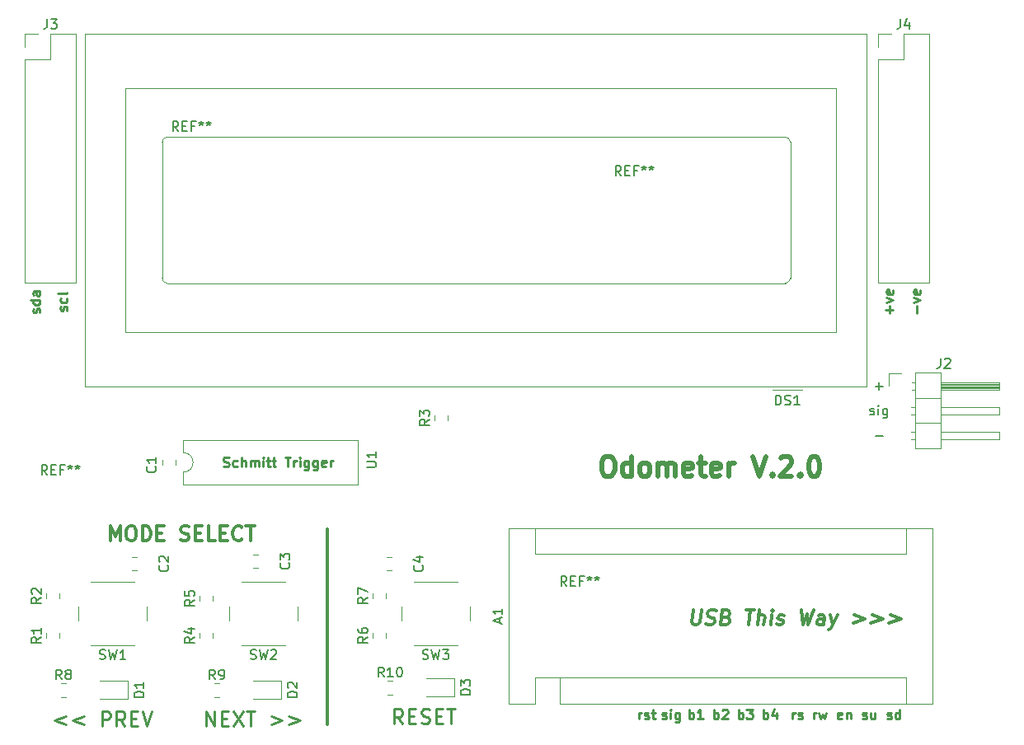
<source format=gbr>
%TF.GenerationSoftware,KiCad,Pcbnew,(5.1.4)-1*%
%TF.CreationDate,2020-10-02T23:36:46+08:00*%
%TF.ProjectId,odometer_project,6f646f6d-6574-4657-925f-70726f6a6563,rev?*%
%TF.SameCoordinates,Original*%
%TF.FileFunction,Legend,Top*%
%TF.FilePolarity,Positive*%
%FSLAX46Y46*%
G04 Gerber Fmt 4.6, Leading zero omitted, Abs format (unit mm)*
G04 Created by KiCad (PCBNEW (5.1.4)-1) date 2020-10-02 23:36:46*
%MOMM*%
%LPD*%
G04 APERTURE LIST*
%ADD10C,0.150000*%
%ADD11C,0.250000*%
%ADD12C,0.300000*%
%ADD13C,0.500000*%
%ADD14C,0.240000*%
%ADD15C,0.360000*%
%ADD16C,0.120000*%
G04 APERTURE END LIST*
D10*
X268843238Y-123594761D02*
X268938476Y-123642380D01*
X269128952Y-123642380D01*
X269224190Y-123594761D01*
X269271809Y-123499523D01*
X269271809Y-123451904D01*
X269224190Y-123356666D01*
X269128952Y-123309047D01*
X268986095Y-123309047D01*
X268890857Y-123261428D01*
X268843238Y-123166190D01*
X268843238Y-123118571D01*
X268890857Y-123023333D01*
X268986095Y-122975714D01*
X269128952Y-122975714D01*
X269224190Y-123023333D01*
X269700380Y-123642380D02*
X269700380Y-122975714D01*
X269700380Y-122642380D02*
X269652761Y-122690000D01*
X269700380Y-122737619D01*
X269748000Y-122690000D01*
X269700380Y-122642380D01*
X269700380Y-122737619D01*
X270605142Y-122975714D02*
X270605142Y-123785238D01*
X270557523Y-123880476D01*
X270509904Y-123928095D01*
X270414666Y-123975714D01*
X270271809Y-123975714D01*
X270176571Y-123928095D01*
X270605142Y-123594761D02*
X270509904Y-123642380D01*
X270319428Y-123642380D01*
X270224190Y-123594761D01*
X270176571Y-123547142D01*
X270128952Y-123451904D01*
X270128952Y-123166190D01*
X270176571Y-123070952D01*
X270224190Y-123023333D01*
X270319428Y-122975714D01*
X270509904Y-122975714D01*
X270605142Y-123023333D01*
X270128952Y-125801428D02*
X269367047Y-125801428D01*
X270128952Y-120721428D02*
X269367047Y-120721428D01*
X269748000Y-121102380D02*
X269748000Y-120340476D01*
D11*
X186332761Y-112918761D02*
X186380380Y-112823523D01*
X186380380Y-112633047D01*
X186332761Y-112537809D01*
X186237523Y-112490190D01*
X186189904Y-112490190D01*
X186094666Y-112537809D01*
X186047047Y-112633047D01*
X186047047Y-112775904D01*
X185999428Y-112871142D01*
X185904190Y-112918761D01*
X185856571Y-112918761D01*
X185761333Y-112871142D01*
X185713714Y-112775904D01*
X185713714Y-112633047D01*
X185761333Y-112537809D01*
X186332761Y-111633047D02*
X186380380Y-111728285D01*
X186380380Y-111918761D01*
X186332761Y-112014000D01*
X186285142Y-112061619D01*
X186189904Y-112109238D01*
X185904190Y-112109238D01*
X185808952Y-112061619D01*
X185761333Y-112014000D01*
X185713714Y-111918761D01*
X185713714Y-111728285D01*
X185761333Y-111633047D01*
X186380380Y-111061619D02*
X186332761Y-111156857D01*
X186237523Y-111204476D01*
X185380380Y-111204476D01*
X183538761Y-113133047D02*
X183586380Y-113037809D01*
X183586380Y-112847333D01*
X183538761Y-112752095D01*
X183443523Y-112704476D01*
X183395904Y-112704476D01*
X183300666Y-112752095D01*
X183253047Y-112847333D01*
X183253047Y-112990190D01*
X183205428Y-113085428D01*
X183110190Y-113133047D01*
X183062571Y-113133047D01*
X182967333Y-113085428D01*
X182919714Y-112990190D01*
X182919714Y-112847333D01*
X182967333Y-112752095D01*
X183586380Y-111847333D02*
X182586380Y-111847333D01*
X183538761Y-111847333D02*
X183586380Y-111942571D01*
X183586380Y-112133047D01*
X183538761Y-112228285D01*
X183491142Y-112275904D01*
X183395904Y-112323523D01*
X183110190Y-112323523D01*
X183014952Y-112275904D01*
X182967333Y-112228285D01*
X182919714Y-112133047D01*
X182919714Y-111942571D01*
X182967333Y-111847333D01*
X183586380Y-110942571D02*
X183062571Y-110942571D01*
X182967333Y-110990190D01*
X182919714Y-111085428D01*
X182919714Y-111275904D01*
X182967333Y-111371142D01*
X183538761Y-110942571D02*
X183586380Y-111037809D01*
X183586380Y-111275904D01*
X183538761Y-111371142D01*
X183443523Y-111418761D01*
X183348285Y-111418761D01*
X183253047Y-111371142D01*
X183205428Y-111275904D01*
X183205428Y-111037809D01*
X183157809Y-110942571D01*
X273629428Y-113204476D02*
X273629428Y-112442571D01*
X273343714Y-112061619D02*
X274010380Y-111823523D01*
X273343714Y-111585428D01*
X273962761Y-110823523D02*
X274010380Y-110918761D01*
X274010380Y-111109238D01*
X273962761Y-111204476D01*
X273867523Y-111252095D01*
X273486571Y-111252095D01*
X273391333Y-111204476D01*
X273343714Y-111109238D01*
X273343714Y-110918761D01*
X273391333Y-110823523D01*
X273486571Y-110775904D01*
X273581809Y-110775904D01*
X273677047Y-111252095D01*
X270835428Y-113204476D02*
X270835428Y-112442571D01*
X271216380Y-112823523D02*
X270454476Y-112823523D01*
X270549714Y-112061619D02*
X271216380Y-111823523D01*
X270549714Y-111585428D01*
X271168761Y-110823523D02*
X271216380Y-110918761D01*
X271216380Y-111109238D01*
X271168761Y-111204476D01*
X271073523Y-111252095D01*
X270692571Y-111252095D01*
X270597333Y-111204476D01*
X270549714Y-111109238D01*
X270549714Y-110918761D01*
X270597333Y-110823523D01*
X270692571Y-110775904D01*
X270787809Y-110775904D01*
X270883047Y-111252095D01*
X247507238Y-154836761D02*
X247602476Y-154884380D01*
X247792952Y-154884380D01*
X247888190Y-154836761D01*
X247935809Y-154741523D01*
X247935809Y-154693904D01*
X247888190Y-154598666D01*
X247792952Y-154551047D01*
X247650095Y-154551047D01*
X247554857Y-154503428D01*
X247507238Y-154408190D01*
X247507238Y-154360571D01*
X247554857Y-154265333D01*
X247650095Y-154217714D01*
X247792952Y-154217714D01*
X247888190Y-154265333D01*
X248364380Y-154884380D02*
X248364380Y-154217714D01*
X248364380Y-153884380D02*
X248316761Y-153932000D01*
X248364380Y-153979619D01*
X248412000Y-153932000D01*
X248364380Y-153884380D01*
X248364380Y-153979619D01*
X249269142Y-154217714D02*
X249269142Y-155027238D01*
X249221523Y-155122476D01*
X249173904Y-155170095D01*
X249078666Y-155217714D01*
X248935809Y-155217714D01*
X248840571Y-155170095D01*
X249269142Y-154836761D02*
X249173904Y-154884380D01*
X248983428Y-154884380D01*
X248888190Y-154836761D01*
X248840571Y-154789142D01*
X248792952Y-154693904D01*
X248792952Y-154408190D01*
X248840571Y-154312952D01*
X248888190Y-154265333D01*
X248983428Y-154217714D01*
X249173904Y-154217714D01*
X249269142Y-154265333D01*
X245110095Y-154884380D02*
X245110095Y-154217714D01*
X245110095Y-154408190D02*
X245157714Y-154312952D01*
X245205333Y-154265333D01*
X245300571Y-154217714D01*
X245395809Y-154217714D01*
X245681523Y-154836761D02*
X245776761Y-154884380D01*
X245967238Y-154884380D01*
X246062476Y-154836761D01*
X246110095Y-154741523D01*
X246110095Y-154693904D01*
X246062476Y-154598666D01*
X245967238Y-154551047D01*
X245824380Y-154551047D01*
X245729142Y-154503428D01*
X245681523Y-154408190D01*
X245681523Y-154360571D01*
X245729142Y-154265333D01*
X245824380Y-154217714D01*
X245967238Y-154217714D01*
X246062476Y-154265333D01*
X246395809Y-154217714D02*
X246776761Y-154217714D01*
X246538666Y-153884380D02*
X246538666Y-154741523D01*
X246586285Y-154836761D01*
X246681523Y-154884380D01*
X246776761Y-154884380D01*
X270605333Y-154836761D02*
X270700571Y-154884380D01*
X270891047Y-154884380D01*
X270986285Y-154836761D01*
X271033904Y-154741523D01*
X271033904Y-154693904D01*
X270986285Y-154598666D01*
X270891047Y-154551047D01*
X270748190Y-154551047D01*
X270652952Y-154503428D01*
X270605333Y-154408190D01*
X270605333Y-154360571D01*
X270652952Y-154265333D01*
X270748190Y-154217714D01*
X270891047Y-154217714D01*
X270986285Y-154265333D01*
X271891047Y-154884380D02*
X271891047Y-153884380D01*
X271891047Y-154836761D02*
X271795809Y-154884380D01*
X271605333Y-154884380D01*
X271510095Y-154836761D01*
X271462476Y-154789142D01*
X271414857Y-154693904D01*
X271414857Y-154408190D01*
X271462476Y-154312952D01*
X271510095Y-154265333D01*
X271605333Y-154217714D01*
X271795809Y-154217714D01*
X271891047Y-154265333D01*
X268065333Y-154836761D02*
X268160571Y-154884380D01*
X268351047Y-154884380D01*
X268446285Y-154836761D01*
X268493904Y-154741523D01*
X268493904Y-154693904D01*
X268446285Y-154598666D01*
X268351047Y-154551047D01*
X268208190Y-154551047D01*
X268112952Y-154503428D01*
X268065333Y-154408190D01*
X268065333Y-154360571D01*
X268112952Y-154265333D01*
X268208190Y-154217714D01*
X268351047Y-154217714D01*
X268446285Y-154265333D01*
X269351047Y-154217714D02*
X269351047Y-154884380D01*
X268922476Y-154217714D02*
X268922476Y-154741523D01*
X268970095Y-154836761D01*
X269065333Y-154884380D01*
X269208190Y-154884380D01*
X269303428Y-154836761D01*
X269351047Y-154789142D01*
X260889809Y-154884380D02*
X260889809Y-154217714D01*
X260889809Y-154408190D02*
X260937428Y-154312952D01*
X260985047Y-154265333D01*
X261080285Y-154217714D01*
X261175523Y-154217714D01*
X261461238Y-154836761D02*
X261556476Y-154884380D01*
X261746952Y-154884380D01*
X261842190Y-154836761D01*
X261889809Y-154741523D01*
X261889809Y-154693904D01*
X261842190Y-154598666D01*
X261746952Y-154551047D01*
X261604095Y-154551047D01*
X261508857Y-154503428D01*
X261461238Y-154408190D01*
X261461238Y-154360571D01*
X261508857Y-154265333D01*
X261604095Y-154217714D01*
X261746952Y-154217714D01*
X261842190Y-154265333D01*
X263056761Y-154884380D02*
X263056761Y-154217714D01*
X263056761Y-154408190D02*
X263104380Y-154312952D01*
X263152000Y-154265333D01*
X263247238Y-154217714D01*
X263342476Y-154217714D01*
X263580571Y-154217714D02*
X263771047Y-154884380D01*
X263961523Y-154408190D01*
X264152000Y-154884380D01*
X264342476Y-154217714D01*
X265930095Y-154836761D02*
X265834857Y-154884380D01*
X265644380Y-154884380D01*
X265549142Y-154836761D01*
X265501523Y-154741523D01*
X265501523Y-154360571D01*
X265549142Y-154265333D01*
X265644380Y-154217714D01*
X265834857Y-154217714D01*
X265930095Y-154265333D01*
X265977714Y-154360571D01*
X265977714Y-154455809D01*
X265501523Y-154551047D01*
X266406285Y-154217714D02*
X266406285Y-154884380D01*
X266406285Y-154312952D02*
X266453904Y-154265333D01*
X266549142Y-154217714D01*
X266692000Y-154217714D01*
X266787238Y-154265333D01*
X266834857Y-154360571D01*
X266834857Y-154884380D01*
X257881523Y-154884380D02*
X257881523Y-153884380D01*
X257881523Y-154265333D02*
X257976761Y-154217714D01*
X258167238Y-154217714D01*
X258262476Y-154265333D01*
X258310095Y-154312952D01*
X258357714Y-154408190D01*
X258357714Y-154693904D01*
X258310095Y-154789142D01*
X258262476Y-154836761D01*
X258167238Y-154884380D01*
X257976761Y-154884380D01*
X257881523Y-154836761D01*
X259214857Y-154217714D02*
X259214857Y-154884380D01*
X258976761Y-153836761D02*
X258738666Y-154551047D01*
X259357714Y-154551047D01*
X255341523Y-154884380D02*
X255341523Y-153884380D01*
X255341523Y-154265333D02*
X255436761Y-154217714D01*
X255627238Y-154217714D01*
X255722476Y-154265333D01*
X255770095Y-154312952D01*
X255817714Y-154408190D01*
X255817714Y-154693904D01*
X255770095Y-154789142D01*
X255722476Y-154836761D01*
X255627238Y-154884380D01*
X255436761Y-154884380D01*
X255341523Y-154836761D01*
X256151047Y-153884380D02*
X256770095Y-153884380D01*
X256436761Y-154265333D01*
X256579619Y-154265333D01*
X256674857Y-154312952D01*
X256722476Y-154360571D01*
X256770095Y-154455809D01*
X256770095Y-154693904D01*
X256722476Y-154789142D01*
X256674857Y-154836761D01*
X256579619Y-154884380D01*
X256293904Y-154884380D01*
X256198666Y-154836761D01*
X256151047Y-154789142D01*
X252801523Y-154884380D02*
X252801523Y-153884380D01*
X252801523Y-154265333D02*
X252896761Y-154217714D01*
X253087238Y-154217714D01*
X253182476Y-154265333D01*
X253230095Y-154312952D01*
X253277714Y-154408190D01*
X253277714Y-154693904D01*
X253230095Y-154789142D01*
X253182476Y-154836761D01*
X253087238Y-154884380D01*
X252896761Y-154884380D01*
X252801523Y-154836761D01*
X253658666Y-153979619D02*
X253706285Y-153932000D01*
X253801523Y-153884380D01*
X254039619Y-153884380D01*
X254134857Y-153932000D01*
X254182476Y-153979619D01*
X254230095Y-154074857D01*
X254230095Y-154170095D01*
X254182476Y-154312952D01*
X253611047Y-154884380D01*
X254230095Y-154884380D01*
X250261523Y-154884380D02*
X250261523Y-153884380D01*
X250261523Y-154265333D02*
X250356761Y-154217714D01*
X250547238Y-154217714D01*
X250642476Y-154265333D01*
X250690095Y-154312952D01*
X250737714Y-154408190D01*
X250737714Y-154693904D01*
X250690095Y-154789142D01*
X250642476Y-154836761D01*
X250547238Y-154884380D01*
X250356761Y-154884380D01*
X250261523Y-154836761D01*
X251690095Y-154884380D02*
X251118666Y-154884380D01*
X251404380Y-154884380D02*
X251404380Y-153884380D01*
X251309142Y-154027238D01*
X251213904Y-154122476D01*
X251118666Y-154170095D01*
D12*
X250683142Y-143704571D02*
X250531357Y-144918857D01*
X250584928Y-145061714D01*
X250647428Y-145133142D01*
X250781357Y-145204571D01*
X251067071Y-145204571D01*
X251218857Y-145133142D01*
X251299214Y-145061714D01*
X251388500Y-144918857D01*
X251540285Y-143704571D01*
X252004571Y-145133142D02*
X252209928Y-145204571D01*
X252567071Y-145204571D01*
X252718857Y-145133142D01*
X252799214Y-145061714D01*
X252888500Y-144918857D01*
X252906357Y-144776000D01*
X252852785Y-144633142D01*
X252790285Y-144561714D01*
X252656357Y-144490285D01*
X252379571Y-144418857D01*
X252245642Y-144347428D01*
X252183142Y-144276000D01*
X252129571Y-144133142D01*
X252147428Y-143990285D01*
X252236714Y-143847428D01*
X252317071Y-143776000D01*
X252468857Y-143704571D01*
X252826000Y-143704571D01*
X253031357Y-143776000D01*
X254093857Y-144418857D02*
X254299214Y-144490285D01*
X254361714Y-144561714D01*
X254415285Y-144704571D01*
X254388500Y-144918857D01*
X254299214Y-145061714D01*
X254218857Y-145133142D01*
X254067071Y-145204571D01*
X253495642Y-145204571D01*
X253683142Y-143704571D01*
X254183142Y-143704571D01*
X254317071Y-143776000D01*
X254379571Y-143847428D01*
X254433142Y-143990285D01*
X254415285Y-144133142D01*
X254326000Y-144276000D01*
X254245642Y-144347428D01*
X254093857Y-144418857D01*
X253593857Y-144418857D01*
X256111714Y-143704571D02*
X256968857Y-143704571D01*
X256352785Y-145204571D02*
X256540285Y-143704571D01*
X257281357Y-145204571D02*
X257468857Y-143704571D01*
X257924214Y-145204571D02*
X258022428Y-144418857D01*
X257968857Y-144276000D01*
X257834928Y-144204571D01*
X257620642Y-144204571D01*
X257468857Y-144276000D01*
X257388500Y-144347428D01*
X258638500Y-145204571D02*
X258763500Y-144204571D01*
X258826000Y-143704571D02*
X258745642Y-143776000D01*
X258808142Y-143847428D01*
X258888500Y-143776000D01*
X258826000Y-143704571D01*
X258808142Y-143847428D01*
X259290285Y-145133142D02*
X259424214Y-145204571D01*
X259709928Y-145204571D01*
X259861714Y-145133142D01*
X259951000Y-144990285D01*
X259959928Y-144918857D01*
X259906357Y-144776000D01*
X259772428Y-144704571D01*
X259558142Y-144704571D01*
X259424214Y-144633142D01*
X259370642Y-144490285D01*
X259379571Y-144418857D01*
X259468857Y-144276000D01*
X259620642Y-144204571D01*
X259834928Y-144204571D01*
X259968857Y-144276000D01*
X261754571Y-143704571D02*
X261924214Y-145204571D01*
X262343857Y-144133142D01*
X262495642Y-145204571D01*
X263040285Y-143704571D01*
X264067071Y-145204571D02*
X264165285Y-144418857D01*
X264111714Y-144276000D01*
X263977785Y-144204571D01*
X263692071Y-144204571D01*
X263540285Y-144276000D01*
X264076000Y-145133142D02*
X263924214Y-145204571D01*
X263567071Y-145204571D01*
X263433142Y-145133142D01*
X263379571Y-144990285D01*
X263397428Y-144847428D01*
X263486714Y-144704571D01*
X263638500Y-144633142D01*
X263995642Y-144633142D01*
X264147428Y-144561714D01*
X264763500Y-144204571D02*
X264995642Y-145204571D01*
X265477785Y-144204571D02*
X264995642Y-145204571D01*
X264808142Y-145561714D01*
X264727785Y-145633142D01*
X264576000Y-145704571D01*
X267192071Y-144204571D02*
X268281357Y-144633142D01*
X267084928Y-145061714D01*
X269049214Y-144204571D02*
X270138500Y-144633142D01*
X268942071Y-145061714D01*
X270906357Y-144204571D02*
X271995642Y-144633142D01*
X270799214Y-145061714D01*
D11*
X202430761Y-128928761D02*
X202573619Y-128976380D01*
X202811714Y-128976380D01*
X202906952Y-128928761D01*
X202954571Y-128881142D01*
X203002190Y-128785904D01*
X203002190Y-128690666D01*
X202954571Y-128595428D01*
X202906952Y-128547809D01*
X202811714Y-128500190D01*
X202621238Y-128452571D01*
X202526000Y-128404952D01*
X202478380Y-128357333D01*
X202430761Y-128262095D01*
X202430761Y-128166857D01*
X202478380Y-128071619D01*
X202526000Y-128024000D01*
X202621238Y-127976380D01*
X202859333Y-127976380D01*
X203002190Y-128024000D01*
X203859333Y-128928761D02*
X203764095Y-128976380D01*
X203573619Y-128976380D01*
X203478380Y-128928761D01*
X203430761Y-128881142D01*
X203383142Y-128785904D01*
X203383142Y-128500190D01*
X203430761Y-128404952D01*
X203478380Y-128357333D01*
X203573619Y-128309714D01*
X203764095Y-128309714D01*
X203859333Y-128357333D01*
X204287904Y-128976380D02*
X204287904Y-127976380D01*
X204716476Y-128976380D02*
X204716476Y-128452571D01*
X204668857Y-128357333D01*
X204573619Y-128309714D01*
X204430761Y-128309714D01*
X204335523Y-128357333D01*
X204287904Y-128404952D01*
X205192666Y-128976380D02*
X205192666Y-128309714D01*
X205192666Y-128404952D02*
X205240285Y-128357333D01*
X205335523Y-128309714D01*
X205478380Y-128309714D01*
X205573619Y-128357333D01*
X205621238Y-128452571D01*
X205621238Y-128976380D01*
X205621238Y-128452571D02*
X205668857Y-128357333D01*
X205764095Y-128309714D01*
X205906952Y-128309714D01*
X206002190Y-128357333D01*
X206049809Y-128452571D01*
X206049809Y-128976380D01*
X206526000Y-128976380D02*
X206526000Y-128309714D01*
X206526000Y-127976380D02*
X206478380Y-128024000D01*
X206526000Y-128071619D01*
X206573619Y-128024000D01*
X206526000Y-127976380D01*
X206526000Y-128071619D01*
X206859333Y-128309714D02*
X207240285Y-128309714D01*
X207002190Y-127976380D02*
X207002190Y-128833523D01*
X207049809Y-128928761D01*
X207145047Y-128976380D01*
X207240285Y-128976380D01*
X207430761Y-128309714D02*
X207811714Y-128309714D01*
X207573619Y-127976380D02*
X207573619Y-128833523D01*
X207621238Y-128928761D01*
X207716476Y-128976380D01*
X207811714Y-128976380D01*
X208764095Y-127976380D02*
X209335523Y-127976380D01*
X209049809Y-128976380D02*
X209049809Y-127976380D01*
X209668857Y-128976380D02*
X209668857Y-128309714D01*
X209668857Y-128500190D02*
X209716476Y-128404952D01*
X209764095Y-128357333D01*
X209859333Y-128309714D01*
X209954571Y-128309714D01*
X210287904Y-128976380D02*
X210287904Y-128309714D01*
X210287904Y-127976380D02*
X210240285Y-128024000D01*
X210287904Y-128071619D01*
X210335523Y-128024000D01*
X210287904Y-127976380D01*
X210287904Y-128071619D01*
X211192666Y-128309714D02*
X211192666Y-129119238D01*
X211145047Y-129214476D01*
X211097428Y-129262095D01*
X211002190Y-129309714D01*
X210859333Y-129309714D01*
X210764095Y-129262095D01*
X211192666Y-128928761D02*
X211097428Y-128976380D01*
X210906952Y-128976380D01*
X210811714Y-128928761D01*
X210764095Y-128881142D01*
X210716476Y-128785904D01*
X210716476Y-128500190D01*
X210764095Y-128404952D01*
X210811714Y-128357333D01*
X210906952Y-128309714D01*
X211097428Y-128309714D01*
X211192666Y-128357333D01*
X212097428Y-128309714D02*
X212097428Y-129119238D01*
X212049809Y-129214476D01*
X212002190Y-129262095D01*
X211906952Y-129309714D01*
X211764095Y-129309714D01*
X211668857Y-129262095D01*
X212097428Y-128928761D02*
X212002190Y-128976380D01*
X211811714Y-128976380D01*
X211716476Y-128928761D01*
X211668857Y-128881142D01*
X211621238Y-128785904D01*
X211621238Y-128500190D01*
X211668857Y-128404952D01*
X211716476Y-128357333D01*
X211811714Y-128309714D01*
X212002190Y-128309714D01*
X212097428Y-128357333D01*
X212954571Y-128928761D02*
X212859333Y-128976380D01*
X212668857Y-128976380D01*
X212573619Y-128928761D01*
X212526000Y-128833523D01*
X212526000Y-128452571D01*
X212573619Y-128357333D01*
X212668857Y-128309714D01*
X212859333Y-128309714D01*
X212954571Y-128357333D01*
X213002190Y-128452571D01*
X213002190Y-128547809D01*
X212526000Y-128643047D01*
X213430761Y-128976380D02*
X213430761Y-128309714D01*
X213430761Y-128500190D02*
X213478380Y-128404952D01*
X213526000Y-128357333D01*
X213621238Y-128309714D01*
X213716476Y-128309714D01*
D13*
X241761714Y-127936761D02*
X242142666Y-127936761D01*
X242333142Y-128032000D01*
X242523619Y-128222476D01*
X242618857Y-128603428D01*
X242618857Y-129270095D01*
X242523619Y-129651047D01*
X242333142Y-129841523D01*
X242142666Y-129936761D01*
X241761714Y-129936761D01*
X241571238Y-129841523D01*
X241380761Y-129651047D01*
X241285523Y-129270095D01*
X241285523Y-128603428D01*
X241380761Y-128222476D01*
X241571238Y-128032000D01*
X241761714Y-127936761D01*
X244333142Y-129936761D02*
X244333142Y-127936761D01*
X244333142Y-129841523D02*
X244142666Y-129936761D01*
X243761714Y-129936761D01*
X243571238Y-129841523D01*
X243476000Y-129746285D01*
X243380761Y-129555809D01*
X243380761Y-128984380D01*
X243476000Y-128793904D01*
X243571238Y-128698666D01*
X243761714Y-128603428D01*
X244142666Y-128603428D01*
X244333142Y-128698666D01*
X245571238Y-129936761D02*
X245380761Y-129841523D01*
X245285523Y-129746285D01*
X245190285Y-129555809D01*
X245190285Y-128984380D01*
X245285523Y-128793904D01*
X245380761Y-128698666D01*
X245571238Y-128603428D01*
X245856952Y-128603428D01*
X246047428Y-128698666D01*
X246142666Y-128793904D01*
X246237904Y-128984380D01*
X246237904Y-129555809D01*
X246142666Y-129746285D01*
X246047428Y-129841523D01*
X245856952Y-129936761D01*
X245571238Y-129936761D01*
X247095047Y-129936761D02*
X247095047Y-128603428D01*
X247095047Y-128793904D02*
X247190285Y-128698666D01*
X247380761Y-128603428D01*
X247666476Y-128603428D01*
X247856952Y-128698666D01*
X247952190Y-128889142D01*
X247952190Y-129936761D01*
X247952190Y-128889142D02*
X248047428Y-128698666D01*
X248237904Y-128603428D01*
X248523619Y-128603428D01*
X248714095Y-128698666D01*
X248809333Y-128889142D01*
X248809333Y-129936761D01*
X250523619Y-129841523D02*
X250333142Y-129936761D01*
X249952190Y-129936761D01*
X249761714Y-129841523D01*
X249666476Y-129651047D01*
X249666476Y-128889142D01*
X249761714Y-128698666D01*
X249952190Y-128603428D01*
X250333142Y-128603428D01*
X250523619Y-128698666D01*
X250618857Y-128889142D01*
X250618857Y-129079619D01*
X249666476Y-129270095D01*
X251190285Y-128603428D02*
X251952190Y-128603428D01*
X251476000Y-127936761D02*
X251476000Y-129651047D01*
X251571238Y-129841523D01*
X251761714Y-129936761D01*
X251952190Y-129936761D01*
X253380761Y-129841523D02*
X253190285Y-129936761D01*
X252809333Y-129936761D01*
X252618857Y-129841523D01*
X252523619Y-129651047D01*
X252523619Y-128889142D01*
X252618857Y-128698666D01*
X252809333Y-128603428D01*
X253190285Y-128603428D01*
X253380761Y-128698666D01*
X253476000Y-128889142D01*
X253476000Y-129079619D01*
X252523619Y-129270095D01*
X254333142Y-129936761D02*
X254333142Y-128603428D01*
X254333142Y-128984380D02*
X254428380Y-128793904D01*
X254523619Y-128698666D01*
X254714095Y-128603428D01*
X254904571Y-128603428D01*
X256809333Y-127936761D02*
X257476000Y-129936761D01*
X258142666Y-127936761D01*
X258809333Y-129746285D02*
X258904571Y-129841523D01*
X258809333Y-129936761D01*
X258714095Y-129841523D01*
X258809333Y-129746285D01*
X258809333Y-129936761D01*
X259666476Y-128127238D02*
X259761714Y-128032000D01*
X259952190Y-127936761D01*
X260428380Y-127936761D01*
X260618857Y-128032000D01*
X260714095Y-128127238D01*
X260809333Y-128317714D01*
X260809333Y-128508190D01*
X260714095Y-128793904D01*
X259571238Y-129936761D01*
X260809333Y-129936761D01*
X261666476Y-129746285D02*
X261761714Y-129841523D01*
X261666476Y-129936761D01*
X261571238Y-129841523D01*
X261666476Y-129746285D01*
X261666476Y-129936761D01*
X262999809Y-127936761D02*
X263190285Y-127936761D01*
X263380761Y-128032000D01*
X263476000Y-128127238D01*
X263571238Y-128317714D01*
X263666476Y-128698666D01*
X263666476Y-129174857D01*
X263571238Y-129555809D01*
X263476000Y-129746285D01*
X263380761Y-129841523D01*
X263190285Y-129936761D01*
X262999809Y-129936761D01*
X262809333Y-129841523D01*
X262714095Y-129746285D01*
X262618857Y-129555809D01*
X262523619Y-129174857D01*
X262523619Y-128698666D01*
X262618857Y-128317714D01*
X262714095Y-128127238D01*
X262809333Y-128032000D01*
X262999809Y-127936761D01*
D12*
X190834285Y-136568571D02*
X190834285Y-135068571D01*
X191334285Y-136140000D01*
X191834285Y-135068571D01*
X191834285Y-136568571D01*
X192834285Y-135068571D02*
X193120000Y-135068571D01*
X193262857Y-135140000D01*
X193405714Y-135282857D01*
X193477142Y-135568571D01*
X193477142Y-136068571D01*
X193405714Y-136354285D01*
X193262857Y-136497142D01*
X193120000Y-136568571D01*
X192834285Y-136568571D01*
X192691428Y-136497142D01*
X192548571Y-136354285D01*
X192477142Y-136068571D01*
X192477142Y-135568571D01*
X192548571Y-135282857D01*
X192691428Y-135140000D01*
X192834285Y-135068571D01*
X194120000Y-136568571D02*
X194120000Y-135068571D01*
X194477142Y-135068571D01*
X194691428Y-135140000D01*
X194834285Y-135282857D01*
X194905714Y-135425714D01*
X194977142Y-135711428D01*
X194977142Y-135925714D01*
X194905714Y-136211428D01*
X194834285Y-136354285D01*
X194691428Y-136497142D01*
X194477142Y-136568571D01*
X194120000Y-136568571D01*
X195620000Y-135782857D02*
X196120000Y-135782857D01*
X196334285Y-136568571D02*
X195620000Y-136568571D01*
X195620000Y-135068571D01*
X196334285Y-135068571D01*
X198048571Y-136497142D02*
X198262857Y-136568571D01*
X198620000Y-136568571D01*
X198762857Y-136497142D01*
X198834285Y-136425714D01*
X198905714Y-136282857D01*
X198905714Y-136140000D01*
X198834285Y-135997142D01*
X198762857Y-135925714D01*
X198620000Y-135854285D01*
X198334285Y-135782857D01*
X198191428Y-135711428D01*
X198120000Y-135640000D01*
X198048571Y-135497142D01*
X198048571Y-135354285D01*
X198120000Y-135211428D01*
X198191428Y-135140000D01*
X198334285Y-135068571D01*
X198691428Y-135068571D01*
X198905714Y-135140000D01*
X199548571Y-135782857D02*
X200048571Y-135782857D01*
X200262857Y-136568571D02*
X199548571Y-136568571D01*
X199548571Y-135068571D01*
X200262857Y-135068571D01*
X201620000Y-136568571D02*
X200905714Y-136568571D01*
X200905714Y-135068571D01*
X202120000Y-135782857D02*
X202620000Y-135782857D01*
X202834285Y-136568571D02*
X202120000Y-136568571D01*
X202120000Y-135068571D01*
X202834285Y-135068571D01*
X204334285Y-136425714D02*
X204262857Y-136497142D01*
X204048571Y-136568571D01*
X203905714Y-136568571D01*
X203691428Y-136497142D01*
X203548571Y-136354285D01*
X203477142Y-136211428D01*
X203405714Y-135925714D01*
X203405714Y-135711428D01*
X203477142Y-135425714D01*
X203548571Y-135282857D01*
X203691428Y-135140000D01*
X203905714Y-135068571D01*
X204048571Y-135068571D01*
X204262857Y-135140000D01*
X204334285Y-135211428D01*
X204762857Y-135068571D02*
X205620000Y-135068571D01*
X205191428Y-136568571D02*
X205191428Y-135068571D01*
D14*
X220833428Y-155364571D02*
X220333428Y-154650285D01*
X219976285Y-155364571D02*
X219976285Y-153864571D01*
X220547714Y-153864571D01*
X220690571Y-153936000D01*
X220762000Y-154007428D01*
X220833428Y-154150285D01*
X220833428Y-154364571D01*
X220762000Y-154507428D01*
X220690571Y-154578857D01*
X220547714Y-154650285D01*
X219976285Y-154650285D01*
X221476285Y-154578857D02*
X221976285Y-154578857D01*
X222190571Y-155364571D02*
X221476285Y-155364571D01*
X221476285Y-153864571D01*
X222190571Y-153864571D01*
X222762000Y-155293142D02*
X222976285Y-155364571D01*
X223333428Y-155364571D01*
X223476285Y-155293142D01*
X223547714Y-155221714D01*
X223619142Y-155078857D01*
X223619142Y-154936000D01*
X223547714Y-154793142D01*
X223476285Y-154721714D01*
X223333428Y-154650285D01*
X223047714Y-154578857D01*
X222904857Y-154507428D01*
X222833428Y-154436000D01*
X222762000Y-154293142D01*
X222762000Y-154150285D01*
X222833428Y-154007428D01*
X222904857Y-153936000D01*
X223047714Y-153864571D01*
X223404857Y-153864571D01*
X223619142Y-153936000D01*
X224262000Y-154578857D02*
X224762000Y-154578857D01*
X224976285Y-155364571D02*
X224262000Y-155364571D01*
X224262000Y-153864571D01*
X224976285Y-153864571D01*
X225404857Y-153864571D02*
X226262000Y-153864571D01*
X225833428Y-155364571D02*
X225833428Y-153864571D01*
X200664571Y-155618571D02*
X200664571Y-154118571D01*
X201521714Y-155618571D01*
X201521714Y-154118571D01*
X202236000Y-154832857D02*
X202736000Y-154832857D01*
X202950285Y-155618571D02*
X202236000Y-155618571D01*
X202236000Y-154118571D01*
X202950285Y-154118571D01*
X203450285Y-154118571D02*
X204450285Y-155618571D01*
X204450285Y-154118571D02*
X203450285Y-155618571D01*
X204807428Y-154118571D02*
X205664571Y-154118571D01*
X205236000Y-155618571D02*
X205236000Y-154118571D01*
X207307428Y-154618571D02*
X208450285Y-155047142D01*
X207307428Y-155475714D01*
X209164571Y-154618571D02*
X210307428Y-155047142D01*
X209164571Y-155475714D01*
X186242000Y-154618571D02*
X185099142Y-155047142D01*
X186242000Y-155475714D01*
X188099142Y-154618571D02*
X186956285Y-155047142D01*
X188099142Y-155475714D01*
X189956285Y-155618571D02*
X189956285Y-154118571D01*
X190527714Y-154118571D01*
X190670571Y-154190000D01*
X190742000Y-154261428D01*
X190813428Y-154404285D01*
X190813428Y-154618571D01*
X190742000Y-154761428D01*
X190670571Y-154832857D01*
X190527714Y-154904285D01*
X189956285Y-154904285D01*
X192313428Y-155618571D02*
X191813428Y-154904285D01*
X191456285Y-155618571D02*
X191456285Y-154118571D01*
X192027714Y-154118571D01*
X192170571Y-154190000D01*
X192242000Y-154261428D01*
X192313428Y-154404285D01*
X192313428Y-154618571D01*
X192242000Y-154761428D01*
X192170571Y-154832857D01*
X192027714Y-154904285D01*
X191456285Y-154904285D01*
X192956285Y-154832857D02*
X193456285Y-154832857D01*
X193670571Y-155618571D02*
X192956285Y-155618571D01*
X192956285Y-154118571D01*
X193670571Y-154118571D01*
X194099142Y-154118571D02*
X194599142Y-155618571D01*
X195099142Y-154118571D01*
D15*
X213106000Y-155448000D02*
X213106000Y-135382000D01*
D16*
%TO.C,DS1*%
X265350000Y-90110000D02*
X265350000Y-115110000D01*
X192350000Y-90110000D02*
X265350000Y-90110000D01*
X192350000Y-115110000D02*
X192350000Y-90110000D01*
X265350000Y-115110000D02*
X192350000Y-115110000D01*
X260149340Y-110111540D02*
G75*
G03X260649720Y-109611160I0J500380D01*
G01*
X260649720Y-95610680D02*
G75*
G03X260149340Y-95110300I-500380J0D01*
G01*
X196649340Y-95110300D02*
G75*
G03X196148960Y-95610680I0J-500380D01*
G01*
X196150000Y-109610000D02*
G75*
G03X196650000Y-110110000I500000J0D01*
G01*
X196150000Y-109610000D02*
X196150000Y-95610000D01*
X196649340Y-95110000D02*
X260150000Y-95110000D01*
X260649720Y-95610680D02*
X260649720Y-109610000D01*
X260150000Y-110110000D02*
X196650000Y-110110000D01*
X261850000Y-121110000D02*
X258850000Y-121110000D01*
X268480000Y-120750000D02*
X267690000Y-120750000D01*
X268490000Y-120750000D02*
X268490000Y-84470000D01*
X188210000Y-120750000D02*
X267690000Y-120750000D01*
X188210000Y-84470000D02*
X188210000Y-120750000D01*
X268490000Y-84470000D02*
X188210000Y-84470000D01*
%TO.C,R10*%
X219810252Y-150973000D02*
X219287748Y-150973000D01*
X219810252Y-152393000D02*
X219287748Y-152393000D01*
%TO.C,R9*%
X202018252Y-151217000D02*
X201495748Y-151217000D01*
X202018252Y-152637000D02*
X201495748Y-152637000D01*
%TO.C,R8*%
X186270252Y-151227000D02*
X185747748Y-151227000D01*
X186270252Y-152647000D02*
X185747748Y-152647000D01*
%TO.C,D3*%
X226154000Y-150678000D02*
X223294000Y-150678000D01*
X226154000Y-152598000D02*
X226154000Y-150678000D01*
X223294000Y-152598000D02*
X226154000Y-152598000D01*
%TO.C,D2*%
X208362000Y-150922000D02*
X205502000Y-150922000D01*
X208362000Y-152842000D02*
X208362000Y-150922000D01*
X205502000Y-152842000D02*
X208362000Y-152842000D01*
%TO.C,D1*%
X192614000Y-150932000D02*
X189754000Y-150932000D01*
X192614000Y-152852000D02*
X192614000Y-150932000D01*
X189754000Y-152852000D02*
X192614000Y-152852000D01*
%TO.C,SW2*%
X203054000Y-143304000D02*
X203054000Y-144804000D01*
X204304000Y-147304000D02*
X208804000Y-147304000D01*
X210054000Y-144804000D02*
X210054000Y-143304000D01*
X208804000Y-140804000D02*
X204304000Y-140804000D01*
%TO.C,U1*%
X198314000Y-126274000D02*
X198314000Y-127524000D01*
X216214000Y-126274000D02*
X198314000Y-126274000D01*
X216214000Y-130774000D02*
X216214000Y-126274000D01*
X198314000Y-130774000D02*
X216214000Y-130774000D01*
X198314000Y-129524000D02*
X198314000Y-130774000D01*
X198314000Y-127524000D02*
G75*
G02X198314000Y-129524000I0J-1000000D01*
G01*
%TO.C,R3*%
X225500000Y-124204252D02*
X225500000Y-123681748D01*
X224080000Y-124204252D02*
X224080000Y-123681748D01*
%TO.C,C1*%
X196140000Y-128262748D02*
X196140000Y-128785252D01*
X197560000Y-128262748D02*
X197560000Y-128785252D01*
%TO.C,R7*%
X219150000Y-142510252D02*
X219150000Y-141987748D01*
X217730000Y-142510252D02*
X217730000Y-141987748D01*
%TO.C,R6*%
X219150000Y-146556252D02*
X219150000Y-146033748D01*
X217730000Y-146556252D02*
X217730000Y-146033748D01*
%TO.C,R5*%
X201370000Y-142746252D02*
X201370000Y-142223748D01*
X199950000Y-142746252D02*
X199950000Y-142223748D01*
%TO.C,R4*%
X201370000Y-146574252D02*
X201370000Y-146051748D01*
X199950000Y-146574252D02*
X199950000Y-146051748D01*
%TO.C,R2*%
X185622000Y-142501252D02*
X185622000Y-141978748D01*
X184202000Y-142501252D02*
X184202000Y-141978748D01*
%TO.C,R1*%
X185622000Y-146574252D02*
X185622000Y-146051748D01*
X184202000Y-146574252D02*
X184202000Y-146051748D01*
%TO.C,C4*%
X219203748Y-139648000D02*
X219726252Y-139648000D01*
X219203748Y-138228000D02*
X219726252Y-138228000D01*
%TO.C,C3*%
X205487748Y-139394000D02*
X206010252Y-139394000D01*
X205487748Y-137974000D02*
X206010252Y-137974000D01*
%TO.C,C2*%
X193041748Y-139648000D02*
X193564252Y-139648000D01*
X193041748Y-138228000D02*
X193564252Y-138228000D01*
%TO.C,J4*%
X269688000Y-84522000D02*
X271018000Y-84522000D01*
X269688000Y-85852000D02*
X269688000Y-84522000D01*
X272288000Y-84522000D02*
X274888000Y-84522000D01*
X272288000Y-87122000D02*
X272288000Y-84522000D01*
X269688000Y-87122000D02*
X272288000Y-87122000D01*
X274888000Y-84522000D02*
X274888000Y-110042000D01*
X269688000Y-87122000D02*
X269688000Y-110042000D01*
X269688000Y-110042000D02*
X274888000Y-110042000D01*
%TO.C,J3*%
X182058000Y-84522000D02*
X183388000Y-84522000D01*
X182058000Y-85852000D02*
X182058000Y-84522000D01*
X184658000Y-84522000D02*
X187258000Y-84522000D01*
X184658000Y-87122000D02*
X184658000Y-84522000D01*
X182058000Y-87122000D02*
X184658000Y-87122000D01*
X187258000Y-84522000D02*
X187258000Y-110042000D01*
X182058000Y-87122000D02*
X182058000Y-110042000D01*
X182058000Y-110042000D02*
X187258000Y-110042000D01*
%TO.C,J2*%
X270764000Y-119380000D02*
X272034000Y-119380000D01*
X270764000Y-120650000D02*
X270764000Y-119380000D01*
X273076929Y-126110000D02*
X273474000Y-126110000D01*
X273076929Y-125350000D02*
X273474000Y-125350000D01*
X282134000Y-126110000D02*
X276134000Y-126110000D01*
X282134000Y-125350000D02*
X282134000Y-126110000D01*
X276134000Y-125350000D02*
X282134000Y-125350000D01*
X273474000Y-124460000D02*
X276134000Y-124460000D01*
X273076929Y-123570000D02*
X273474000Y-123570000D01*
X273076929Y-122810000D02*
X273474000Y-122810000D01*
X282134000Y-123570000D02*
X276134000Y-123570000D01*
X282134000Y-122810000D02*
X282134000Y-123570000D01*
X276134000Y-122810000D02*
X282134000Y-122810000D01*
X273474000Y-121920000D02*
X276134000Y-121920000D01*
X273144000Y-121030000D02*
X273474000Y-121030000D01*
X273144000Y-120270000D02*
X273474000Y-120270000D01*
X276134000Y-120930000D02*
X282134000Y-120930000D01*
X276134000Y-120810000D02*
X282134000Y-120810000D01*
X276134000Y-120690000D02*
X282134000Y-120690000D01*
X276134000Y-120570000D02*
X282134000Y-120570000D01*
X276134000Y-120450000D02*
X282134000Y-120450000D01*
X276134000Y-120330000D02*
X282134000Y-120330000D01*
X282134000Y-121030000D02*
X276134000Y-121030000D01*
X282134000Y-120270000D02*
X282134000Y-121030000D01*
X276134000Y-120270000D02*
X282134000Y-120270000D01*
X276134000Y-119320000D02*
X273474000Y-119320000D01*
X276134000Y-127060000D02*
X276134000Y-119320000D01*
X273474000Y-127060000D02*
X276134000Y-127060000D01*
X273474000Y-119320000D02*
X273474000Y-127060000D01*
%TO.C,A1*%
X231772000Y-135252000D02*
X231772000Y-153292000D01*
X275212000Y-135252000D02*
X231772000Y-135252000D01*
X275212000Y-153292000D02*
X275212000Y-135252000D01*
X272542000Y-150622000D02*
X272542000Y-153292000D01*
X236982000Y-150622000D02*
X272542000Y-150622000D01*
X236982000Y-150622000D02*
X236982000Y-153292000D01*
X272542000Y-137922000D02*
X272542000Y-135252000D01*
X234442000Y-137922000D02*
X272542000Y-137922000D01*
X234442000Y-137922000D02*
X234442000Y-135252000D01*
X231772000Y-153292000D02*
X234442000Y-153292000D01*
X236982000Y-153292000D02*
X275212000Y-153292000D01*
X234442000Y-150622000D02*
X234442000Y-153292000D01*
X236982000Y-150622000D02*
X234442000Y-150622000D01*
%TO.C,SW3*%
X220730000Y-143304000D02*
X220730000Y-144804000D01*
X221980000Y-147304000D02*
X226480000Y-147304000D01*
X227730000Y-144804000D02*
X227730000Y-143304000D01*
X226480000Y-140804000D02*
X221980000Y-140804000D01*
%TO.C,SW1*%
X187560000Y-143304000D02*
X187560000Y-144804000D01*
X188810000Y-147304000D02*
X193310000Y-147304000D01*
X194560000Y-144804000D02*
X194560000Y-143304000D01*
X193310000Y-140804000D02*
X188810000Y-140804000D01*
%TO.C,REF\002A\002A*%
D10*
X243268666Y-99068380D02*
X242935333Y-98592190D01*
X242697238Y-99068380D02*
X242697238Y-98068380D01*
X243078190Y-98068380D01*
X243173428Y-98116000D01*
X243221047Y-98163619D01*
X243268666Y-98258857D01*
X243268666Y-98401714D01*
X243221047Y-98496952D01*
X243173428Y-98544571D01*
X243078190Y-98592190D01*
X242697238Y-98592190D01*
X243697238Y-98544571D02*
X244030571Y-98544571D01*
X244173428Y-99068380D02*
X243697238Y-99068380D01*
X243697238Y-98068380D01*
X244173428Y-98068380D01*
X244935333Y-98544571D02*
X244602000Y-98544571D01*
X244602000Y-99068380D02*
X244602000Y-98068380D01*
X245078190Y-98068380D01*
X245602000Y-98068380D02*
X245602000Y-98306476D01*
X245363904Y-98211238D02*
X245602000Y-98306476D01*
X245840095Y-98211238D01*
X245459142Y-98496952D02*
X245602000Y-98306476D01*
X245744857Y-98496952D01*
X246363904Y-98068380D02*
X246363904Y-98306476D01*
X246125809Y-98211238D02*
X246363904Y-98306476D01*
X246602000Y-98211238D01*
X246221047Y-98496952D02*
X246363904Y-98306476D01*
X246506761Y-98496952D01*
X237680666Y-141232380D02*
X237347333Y-140756190D01*
X237109238Y-141232380D02*
X237109238Y-140232380D01*
X237490190Y-140232380D01*
X237585428Y-140280000D01*
X237633047Y-140327619D01*
X237680666Y-140422857D01*
X237680666Y-140565714D01*
X237633047Y-140660952D01*
X237585428Y-140708571D01*
X237490190Y-140756190D01*
X237109238Y-140756190D01*
X238109238Y-140708571D02*
X238442571Y-140708571D01*
X238585428Y-141232380D02*
X238109238Y-141232380D01*
X238109238Y-140232380D01*
X238585428Y-140232380D01*
X239347333Y-140708571D02*
X239014000Y-140708571D01*
X239014000Y-141232380D02*
X239014000Y-140232380D01*
X239490190Y-140232380D01*
X240014000Y-140232380D02*
X240014000Y-140470476D01*
X239775904Y-140375238D02*
X240014000Y-140470476D01*
X240252095Y-140375238D01*
X239871142Y-140660952D02*
X240014000Y-140470476D01*
X240156857Y-140660952D01*
X240775904Y-140232380D02*
X240775904Y-140470476D01*
X240537809Y-140375238D02*
X240775904Y-140470476D01*
X241014000Y-140375238D01*
X240633047Y-140660952D02*
X240775904Y-140470476D01*
X240918761Y-140660952D01*
X184340666Y-129802380D02*
X184007333Y-129326190D01*
X183769238Y-129802380D02*
X183769238Y-128802380D01*
X184150190Y-128802380D01*
X184245428Y-128850000D01*
X184293047Y-128897619D01*
X184340666Y-128992857D01*
X184340666Y-129135714D01*
X184293047Y-129230952D01*
X184245428Y-129278571D01*
X184150190Y-129326190D01*
X183769238Y-129326190D01*
X184769238Y-129278571D02*
X185102571Y-129278571D01*
X185245428Y-129802380D02*
X184769238Y-129802380D01*
X184769238Y-128802380D01*
X185245428Y-128802380D01*
X186007333Y-129278571D02*
X185674000Y-129278571D01*
X185674000Y-129802380D02*
X185674000Y-128802380D01*
X186150190Y-128802380D01*
X186674000Y-128802380D02*
X186674000Y-129040476D01*
X186435904Y-128945238D02*
X186674000Y-129040476D01*
X186912095Y-128945238D01*
X186531142Y-129230952D02*
X186674000Y-129040476D01*
X186816857Y-129230952D01*
X187435904Y-128802380D02*
X187435904Y-129040476D01*
X187197809Y-128945238D02*
X187435904Y-129040476D01*
X187674000Y-128945238D01*
X187293047Y-129230952D02*
X187435904Y-129040476D01*
X187578761Y-129230952D01*
X197802666Y-94496380D02*
X197469333Y-94020190D01*
X197231238Y-94496380D02*
X197231238Y-93496380D01*
X197612190Y-93496380D01*
X197707428Y-93544000D01*
X197755047Y-93591619D01*
X197802666Y-93686857D01*
X197802666Y-93829714D01*
X197755047Y-93924952D01*
X197707428Y-93972571D01*
X197612190Y-94020190D01*
X197231238Y-94020190D01*
X198231238Y-93972571D02*
X198564571Y-93972571D01*
X198707428Y-94496380D02*
X198231238Y-94496380D01*
X198231238Y-93496380D01*
X198707428Y-93496380D01*
X199469333Y-93972571D02*
X199136000Y-93972571D01*
X199136000Y-94496380D02*
X199136000Y-93496380D01*
X199612190Y-93496380D01*
X200136000Y-93496380D02*
X200136000Y-93734476D01*
X199897904Y-93639238D02*
X200136000Y-93734476D01*
X200374095Y-93639238D01*
X199993142Y-93924952D02*
X200136000Y-93734476D01*
X200278857Y-93924952D01*
X200897904Y-93496380D02*
X200897904Y-93734476D01*
X200659809Y-93639238D02*
X200897904Y-93734476D01*
X201136000Y-93639238D01*
X200755047Y-93924952D02*
X200897904Y-93734476D01*
X201040761Y-93924952D01*
%TO.C,DS1*%
X259135714Y-122626380D02*
X259135714Y-121626380D01*
X259373809Y-121626380D01*
X259516666Y-121674000D01*
X259611904Y-121769238D01*
X259659523Y-121864476D01*
X259707142Y-122054952D01*
X259707142Y-122197809D01*
X259659523Y-122388285D01*
X259611904Y-122483523D01*
X259516666Y-122578761D01*
X259373809Y-122626380D01*
X259135714Y-122626380D01*
X260088095Y-122578761D02*
X260230952Y-122626380D01*
X260469047Y-122626380D01*
X260564285Y-122578761D01*
X260611904Y-122531142D01*
X260659523Y-122435904D01*
X260659523Y-122340666D01*
X260611904Y-122245428D01*
X260564285Y-122197809D01*
X260469047Y-122150190D01*
X260278571Y-122102571D01*
X260183333Y-122054952D01*
X260135714Y-122007333D01*
X260088095Y-121912095D01*
X260088095Y-121816857D01*
X260135714Y-121721619D01*
X260183333Y-121674000D01*
X260278571Y-121626380D01*
X260516666Y-121626380D01*
X260659523Y-121674000D01*
X261611904Y-122626380D02*
X261040476Y-122626380D01*
X261326190Y-122626380D02*
X261326190Y-121626380D01*
X261230952Y-121769238D01*
X261135714Y-121864476D01*
X261040476Y-121912095D01*
%TO.C,R10*%
X218906142Y-150566380D02*
X218572809Y-150090190D01*
X218334714Y-150566380D02*
X218334714Y-149566380D01*
X218715666Y-149566380D01*
X218810904Y-149614000D01*
X218858523Y-149661619D01*
X218906142Y-149756857D01*
X218906142Y-149899714D01*
X218858523Y-149994952D01*
X218810904Y-150042571D01*
X218715666Y-150090190D01*
X218334714Y-150090190D01*
X219858523Y-150566380D02*
X219287095Y-150566380D01*
X219572809Y-150566380D02*
X219572809Y-149566380D01*
X219477571Y-149709238D01*
X219382333Y-149804476D01*
X219287095Y-149852095D01*
X220477571Y-149566380D02*
X220572809Y-149566380D01*
X220668047Y-149614000D01*
X220715666Y-149661619D01*
X220763285Y-149756857D01*
X220810904Y-149947333D01*
X220810904Y-150185428D01*
X220763285Y-150375904D01*
X220715666Y-150471142D01*
X220668047Y-150518761D01*
X220572809Y-150566380D01*
X220477571Y-150566380D01*
X220382333Y-150518761D01*
X220334714Y-150471142D01*
X220287095Y-150375904D01*
X220239476Y-150185428D01*
X220239476Y-149947333D01*
X220287095Y-149756857D01*
X220334714Y-149661619D01*
X220382333Y-149614000D01*
X220477571Y-149566380D01*
%TO.C,R9*%
X201590333Y-150820380D02*
X201257000Y-150344190D01*
X201018904Y-150820380D02*
X201018904Y-149820380D01*
X201399857Y-149820380D01*
X201495095Y-149868000D01*
X201542714Y-149915619D01*
X201590333Y-150010857D01*
X201590333Y-150153714D01*
X201542714Y-150248952D01*
X201495095Y-150296571D01*
X201399857Y-150344190D01*
X201018904Y-150344190D01*
X202066523Y-150820380D02*
X202257000Y-150820380D01*
X202352238Y-150772761D01*
X202399857Y-150725142D01*
X202495095Y-150582285D01*
X202542714Y-150391809D01*
X202542714Y-150010857D01*
X202495095Y-149915619D01*
X202447476Y-149868000D01*
X202352238Y-149820380D01*
X202161761Y-149820380D01*
X202066523Y-149868000D01*
X202018904Y-149915619D01*
X201971285Y-150010857D01*
X201971285Y-150248952D01*
X202018904Y-150344190D01*
X202066523Y-150391809D01*
X202161761Y-150439428D01*
X202352238Y-150439428D01*
X202447476Y-150391809D01*
X202495095Y-150344190D01*
X202542714Y-150248952D01*
%TO.C,R8*%
X185842333Y-150820380D02*
X185509000Y-150344190D01*
X185270904Y-150820380D02*
X185270904Y-149820380D01*
X185651857Y-149820380D01*
X185747095Y-149868000D01*
X185794714Y-149915619D01*
X185842333Y-150010857D01*
X185842333Y-150153714D01*
X185794714Y-150248952D01*
X185747095Y-150296571D01*
X185651857Y-150344190D01*
X185270904Y-150344190D01*
X186413761Y-150248952D02*
X186318523Y-150201333D01*
X186270904Y-150153714D01*
X186223285Y-150058476D01*
X186223285Y-150010857D01*
X186270904Y-149915619D01*
X186318523Y-149868000D01*
X186413761Y-149820380D01*
X186604238Y-149820380D01*
X186699476Y-149868000D01*
X186747095Y-149915619D01*
X186794714Y-150010857D01*
X186794714Y-150058476D01*
X186747095Y-150153714D01*
X186699476Y-150201333D01*
X186604238Y-150248952D01*
X186413761Y-150248952D01*
X186318523Y-150296571D01*
X186270904Y-150344190D01*
X186223285Y-150439428D01*
X186223285Y-150629904D01*
X186270904Y-150725142D01*
X186318523Y-150772761D01*
X186413761Y-150820380D01*
X186604238Y-150820380D01*
X186699476Y-150772761D01*
X186747095Y-150725142D01*
X186794714Y-150629904D01*
X186794714Y-150439428D01*
X186747095Y-150344190D01*
X186699476Y-150296571D01*
X186604238Y-150248952D01*
%TO.C,D3*%
X227782380Y-152376095D02*
X226782380Y-152376095D01*
X226782380Y-152138000D01*
X226830000Y-151995142D01*
X226925238Y-151899904D01*
X227020476Y-151852285D01*
X227210952Y-151804666D01*
X227353809Y-151804666D01*
X227544285Y-151852285D01*
X227639523Y-151899904D01*
X227734761Y-151995142D01*
X227782380Y-152138000D01*
X227782380Y-152376095D01*
X226782380Y-151471333D02*
X226782380Y-150852285D01*
X227163333Y-151185619D01*
X227163333Y-151042761D01*
X227210952Y-150947523D01*
X227258571Y-150899904D01*
X227353809Y-150852285D01*
X227591904Y-150852285D01*
X227687142Y-150899904D01*
X227734761Y-150947523D01*
X227782380Y-151042761D01*
X227782380Y-151328476D01*
X227734761Y-151423714D01*
X227687142Y-151471333D01*
%TO.C,D2*%
X210002380Y-152630095D02*
X209002380Y-152630095D01*
X209002380Y-152392000D01*
X209050000Y-152249142D01*
X209145238Y-152153904D01*
X209240476Y-152106285D01*
X209430952Y-152058666D01*
X209573809Y-152058666D01*
X209764285Y-152106285D01*
X209859523Y-152153904D01*
X209954761Y-152249142D01*
X210002380Y-152392000D01*
X210002380Y-152630095D01*
X209097619Y-151677714D02*
X209050000Y-151630095D01*
X209002380Y-151534857D01*
X209002380Y-151296761D01*
X209050000Y-151201523D01*
X209097619Y-151153904D01*
X209192857Y-151106285D01*
X209288095Y-151106285D01*
X209430952Y-151153904D01*
X210002380Y-151725333D01*
X210002380Y-151106285D01*
%TO.C,D1*%
X194254380Y-152630095D02*
X193254380Y-152630095D01*
X193254380Y-152392000D01*
X193302000Y-152249142D01*
X193397238Y-152153904D01*
X193492476Y-152106285D01*
X193682952Y-152058666D01*
X193825809Y-152058666D01*
X194016285Y-152106285D01*
X194111523Y-152153904D01*
X194206761Y-152249142D01*
X194254380Y-152392000D01*
X194254380Y-152630095D01*
X194254380Y-151106285D02*
X194254380Y-151677714D01*
X194254380Y-151392000D02*
X193254380Y-151392000D01*
X193397238Y-151487238D01*
X193492476Y-151582476D01*
X193540095Y-151677714D01*
%TO.C,SW2*%
X205220666Y-148708761D02*
X205363523Y-148756380D01*
X205601619Y-148756380D01*
X205696857Y-148708761D01*
X205744476Y-148661142D01*
X205792095Y-148565904D01*
X205792095Y-148470666D01*
X205744476Y-148375428D01*
X205696857Y-148327809D01*
X205601619Y-148280190D01*
X205411142Y-148232571D01*
X205315904Y-148184952D01*
X205268285Y-148137333D01*
X205220666Y-148042095D01*
X205220666Y-147946857D01*
X205268285Y-147851619D01*
X205315904Y-147804000D01*
X205411142Y-147756380D01*
X205649238Y-147756380D01*
X205792095Y-147804000D01*
X206125428Y-147756380D02*
X206363523Y-148756380D01*
X206554000Y-148042095D01*
X206744476Y-148756380D01*
X206982571Y-147756380D01*
X207315904Y-147851619D02*
X207363523Y-147804000D01*
X207458761Y-147756380D01*
X207696857Y-147756380D01*
X207792095Y-147804000D01*
X207839714Y-147851619D01*
X207887333Y-147946857D01*
X207887333Y-148042095D01*
X207839714Y-148184952D01*
X207268285Y-148756380D01*
X207887333Y-148756380D01*
%TO.C,U1*%
X217130380Y-129031904D02*
X217939904Y-129031904D01*
X218035142Y-128984285D01*
X218082761Y-128936666D01*
X218130380Y-128841428D01*
X218130380Y-128650952D01*
X218082761Y-128555714D01*
X218035142Y-128508095D01*
X217939904Y-128460476D01*
X217130380Y-128460476D01*
X218130380Y-127460476D02*
X218130380Y-128031904D01*
X218130380Y-127746190D02*
X217130380Y-127746190D01*
X217273238Y-127841428D01*
X217368476Y-127936666D01*
X217416095Y-128031904D01*
%TO.C,R3*%
X223592380Y-124109666D02*
X223116190Y-124443000D01*
X223592380Y-124681095D02*
X222592380Y-124681095D01*
X222592380Y-124300142D01*
X222640000Y-124204904D01*
X222687619Y-124157285D01*
X222782857Y-124109666D01*
X222925714Y-124109666D01*
X223020952Y-124157285D01*
X223068571Y-124204904D01*
X223116190Y-124300142D01*
X223116190Y-124681095D01*
X222592380Y-123776333D02*
X222592380Y-123157285D01*
X222973333Y-123490619D01*
X222973333Y-123347761D01*
X223020952Y-123252523D01*
X223068571Y-123204904D01*
X223163809Y-123157285D01*
X223401904Y-123157285D01*
X223497142Y-123204904D01*
X223544761Y-123252523D01*
X223592380Y-123347761D01*
X223592380Y-123633476D01*
X223544761Y-123728714D01*
X223497142Y-123776333D01*
%TO.C,C1*%
X195429142Y-128944666D02*
X195476761Y-128992285D01*
X195524380Y-129135142D01*
X195524380Y-129230380D01*
X195476761Y-129373238D01*
X195381523Y-129468476D01*
X195286285Y-129516095D01*
X195095809Y-129563714D01*
X194952952Y-129563714D01*
X194762476Y-129516095D01*
X194667238Y-129468476D01*
X194572000Y-129373238D01*
X194524380Y-129230380D01*
X194524380Y-129135142D01*
X194572000Y-128992285D01*
X194619619Y-128944666D01*
X195524380Y-127992285D02*
X195524380Y-128563714D01*
X195524380Y-128278000D02*
X194524380Y-128278000D01*
X194667238Y-128373238D01*
X194762476Y-128468476D01*
X194810095Y-128563714D01*
%TO.C,R7*%
X217242380Y-142415666D02*
X216766190Y-142749000D01*
X217242380Y-142987095D02*
X216242380Y-142987095D01*
X216242380Y-142606142D01*
X216290000Y-142510904D01*
X216337619Y-142463285D01*
X216432857Y-142415666D01*
X216575714Y-142415666D01*
X216670952Y-142463285D01*
X216718571Y-142510904D01*
X216766190Y-142606142D01*
X216766190Y-142987095D01*
X216242380Y-142082333D02*
X216242380Y-141415666D01*
X217242380Y-141844238D01*
%TO.C,R6*%
X217242380Y-146461666D02*
X216766190Y-146795000D01*
X217242380Y-147033095D02*
X216242380Y-147033095D01*
X216242380Y-146652142D01*
X216290000Y-146556904D01*
X216337619Y-146509285D01*
X216432857Y-146461666D01*
X216575714Y-146461666D01*
X216670952Y-146509285D01*
X216718571Y-146556904D01*
X216766190Y-146652142D01*
X216766190Y-147033095D01*
X216242380Y-145604523D02*
X216242380Y-145795000D01*
X216290000Y-145890238D01*
X216337619Y-145937857D01*
X216480476Y-146033095D01*
X216670952Y-146080714D01*
X217051904Y-146080714D01*
X217147142Y-146033095D01*
X217194761Y-145985476D01*
X217242380Y-145890238D01*
X217242380Y-145699761D01*
X217194761Y-145604523D01*
X217147142Y-145556904D01*
X217051904Y-145509285D01*
X216813809Y-145509285D01*
X216718571Y-145556904D01*
X216670952Y-145604523D01*
X216623333Y-145699761D01*
X216623333Y-145890238D01*
X216670952Y-145985476D01*
X216718571Y-146033095D01*
X216813809Y-146080714D01*
%TO.C,R5*%
X199462380Y-142651666D02*
X198986190Y-142985000D01*
X199462380Y-143223095D02*
X198462380Y-143223095D01*
X198462380Y-142842142D01*
X198510000Y-142746904D01*
X198557619Y-142699285D01*
X198652857Y-142651666D01*
X198795714Y-142651666D01*
X198890952Y-142699285D01*
X198938571Y-142746904D01*
X198986190Y-142842142D01*
X198986190Y-143223095D01*
X198462380Y-141746904D02*
X198462380Y-142223095D01*
X198938571Y-142270714D01*
X198890952Y-142223095D01*
X198843333Y-142127857D01*
X198843333Y-141889761D01*
X198890952Y-141794523D01*
X198938571Y-141746904D01*
X199033809Y-141699285D01*
X199271904Y-141699285D01*
X199367142Y-141746904D01*
X199414761Y-141794523D01*
X199462380Y-141889761D01*
X199462380Y-142127857D01*
X199414761Y-142223095D01*
X199367142Y-142270714D01*
%TO.C,R4*%
X199462380Y-146479666D02*
X198986190Y-146813000D01*
X199462380Y-147051095D02*
X198462380Y-147051095D01*
X198462380Y-146670142D01*
X198510000Y-146574904D01*
X198557619Y-146527285D01*
X198652857Y-146479666D01*
X198795714Y-146479666D01*
X198890952Y-146527285D01*
X198938571Y-146574904D01*
X198986190Y-146670142D01*
X198986190Y-147051095D01*
X198795714Y-145622523D02*
X199462380Y-145622523D01*
X198414761Y-145860619D02*
X199129047Y-146098714D01*
X199129047Y-145479666D01*
%TO.C,R2*%
X183714380Y-142406666D02*
X183238190Y-142740000D01*
X183714380Y-142978095D02*
X182714380Y-142978095D01*
X182714380Y-142597142D01*
X182762000Y-142501904D01*
X182809619Y-142454285D01*
X182904857Y-142406666D01*
X183047714Y-142406666D01*
X183142952Y-142454285D01*
X183190571Y-142501904D01*
X183238190Y-142597142D01*
X183238190Y-142978095D01*
X182809619Y-142025714D02*
X182762000Y-141978095D01*
X182714380Y-141882857D01*
X182714380Y-141644761D01*
X182762000Y-141549523D01*
X182809619Y-141501904D01*
X182904857Y-141454285D01*
X183000095Y-141454285D01*
X183142952Y-141501904D01*
X183714380Y-142073333D01*
X183714380Y-141454285D01*
%TO.C,R1*%
X183714380Y-146479666D02*
X183238190Y-146813000D01*
X183714380Y-147051095D02*
X182714380Y-147051095D01*
X182714380Y-146670142D01*
X182762000Y-146574904D01*
X182809619Y-146527285D01*
X182904857Y-146479666D01*
X183047714Y-146479666D01*
X183142952Y-146527285D01*
X183190571Y-146574904D01*
X183238190Y-146670142D01*
X183238190Y-147051095D01*
X183714380Y-145527285D02*
X183714380Y-146098714D01*
X183714380Y-145813000D02*
X182714380Y-145813000D01*
X182857238Y-145908238D01*
X182952476Y-146003476D01*
X183000095Y-146098714D01*
%TO.C,C4*%
X222861142Y-139104666D02*
X222908761Y-139152285D01*
X222956380Y-139295142D01*
X222956380Y-139390380D01*
X222908761Y-139533238D01*
X222813523Y-139628476D01*
X222718285Y-139676095D01*
X222527809Y-139723714D01*
X222384952Y-139723714D01*
X222194476Y-139676095D01*
X222099238Y-139628476D01*
X222004000Y-139533238D01*
X221956380Y-139390380D01*
X221956380Y-139295142D01*
X222004000Y-139152285D01*
X222051619Y-139104666D01*
X222289714Y-138247523D02*
X222956380Y-138247523D01*
X221908761Y-138485619D02*
X222623047Y-138723714D01*
X222623047Y-138104666D01*
%TO.C,C3*%
X209145142Y-138850666D02*
X209192761Y-138898285D01*
X209240380Y-139041142D01*
X209240380Y-139136380D01*
X209192761Y-139279238D01*
X209097523Y-139374476D01*
X209002285Y-139422095D01*
X208811809Y-139469714D01*
X208668952Y-139469714D01*
X208478476Y-139422095D01*
X208383238Y-139374476D01*
X208288000Y-139279238D01*
X208240380Y-139136380D01*
X208240380Y-139041142D01*
X208288000Y-138898285D01*
X208335619Y-138850666D01*
X208240380Y-138517333D02*
X208240380Y-137898285D01*
X208621333Y-138231619D01*
X208621333Y-138088761D01*
X208668952Y-137993523D01*
X208716571Y-137945904D01*
X208811809Y-137898285D01*
X209049904Y-137898285D01*
X209145142Y-137945904D01*
X209192761Y-137993523D01*
X209240380Y-138088761D01*
X209240380Y-138374476D01*
X209192761Y-138469714D01*
X209145142Y-138517333D01*
%TO.C,C2*%
X196699142Y-139104666D02*
X196746761Y-139152285D01*
X196794380Y-139295142D01*
X196794380Y-139390380D01*
X196746761Y-139533238D01*
X196651523Y-139628476D01*
X196556285Y-139676095D01*
X196365809Y-139723714D01*
X196222952Y-139723714D01*
X196032476Y-139676095D01*
X195937238Y-139628476D01*
X195842000Y-139533238D01*
X195794380Y-139390380D01*
X195794380Y-139295142D01*
X195842000Y-139152285D01*
X195889619Y-139104666D01*
X195889619Y-138723714D02*
X195842000Y-138676095D01*
X195794380Y-138580857D01*
X195794380Y-138342761D01*
X195842000Y-138247523D01*
X195889619Y-138199904D01*
X195984857Y-138152285D01*
X196080095Y-138152285D01*
X196222952Y-138199904D01*
X196794380Y-138771333D01*
X196794380Y-138152285D01*
%TO.C,J4*%
X271954666Y-82974380D02*
X271954666Y-83688666D01*
X271907047Y-83831523D01*
X271811809Y-83926761D01*
X271668952Y-83974380D01*
X271573714Y-83974380D01*
X272859428Y-83307714D02*
X272859428Y-83974380D01*
X272621333Y-82926761D02*
X272383238Y-83641047D01*
X273002285Y-83641047D01*
%TO.C,J3*%
X184324666Y-82974380D02*
X184324666Y-83688666D01*
X184277047Y-83831523D01*
X184181809Y-83926761D01*
X184038952Y-83974380D01*
X183943714Y-83974380D01*
X184705619Y-82974380D02*
X185324666Y-82974380D01*
X184991333Y-83355333D01*
X185134190Y-83355333D01*
X185229428Y-83402952D01*
X185277047Y-83450571D01*
X185324666Y-83545809D01*
X185324666Y-83783904D01*
X185277047Y-83879142D01*
X185229428Y-83926761D01*
X185134190Y-83974380D01*
X184848476Y-83974380D01*
X184753238Y-83926761D01*
X184705619Y-83879142D01*
%TO.C,J2*%
X276085666Y-117832380D02*
X276085666Y-118546666D01*
X276038047Y-118689523D01*
X275942809Y-118784761D01*
X275799952Y-118832380D01*
X275704714Y-118832380D01*
X276514238Y-117927619D02*
X276561857Y-117880000D01*
X276657095Y-117832380D01*
X276895190Y-117832380D01*
X276990428Y-117880000D01*
X277038047Y-117927619D01*
X277085666Y-118022857D01*
X277085666Y-118118095D01*
X277038047Y-118260952D01*
X276466619Y-118832380D01*
X277085666Y-118832380D01*
%TO.C,A1*%
X230798666Y-144986285D02*
X230798666Y-144510095D01*
X231084380Y-145081523D02*
X230084380Y-144748190D01*
X231084380Y-144414857D01*
X231084380Y-143557714D02*
X231084380Y-144129142D01*
X231084380Y-143843428D02*
X230084380Y-143843428D01*
X230227238Y-143938666D01*
X230322476Y-144033904D01*
X230370095Y-144129142D01*
%TO.C,SW3*%
X222896666Y-148708761D02*
X223039523Y-148756380D01*
X223277619Y-148756380D01*
X223372857Y-148708761D01*
X223420476Y-148661142D01*
X223468095Y-148565904D01*
X223468095Y-148470666D01*
X223420476Y-148375428D01*
X223372857Y-148327809D01*
X223277619Y-148280190D01*
X223087142Y-148232571D01*
X222991904Y-148184952D01*
X222944285Y-148137333D01*
X222896666Y-148042095D01*
X222896666Y-147946857D01*
X222944285Y-147851619D01*
X222991904Y-147804000D01*
X223087142Y-147756380D01*
X223325238Y-147756380D01*
X223468095Y-147804000D01*
X223801428Y-147756380D02*
X224039523Y-148756380D01*
X224230000Y-148042095D01*
X224420476Y-148756380D01*
X224658571Y-147756380D01*
X224944285Y-147756380D02*
X225563333Y-147756380D01*
X225230000Y-148137333D01*
X225372857Y-148137333D01*
X225468095Y-148184952D01*
X225515714Y-148232571D01*
X225563333Y-148327809D01*
X225563333Y-148565904D01*
X225515714Y-148661142D01*
X225468095Y-148708761D01*
X225372857Y-148756380D01*
X225087142Y-148756380D01*
X224991904Y-148708761D01*
X224944285Y-148661142D01*
%TO.C,SW1*%
X189726666Y-148708761D02*
X189869523Y-148756380D01*
X190107619Y-148756380D01*
X190202857Y-148708761D01*
X190250476Y-148661142D01*
X190298095Y-148565904D01*
X190298095Y-148470666D01*
X190250476Y-148375428D01*
X190202857Y-148327809D01*
X190107619Y-148280190D01*
X189917142Y-148232571D01*
X189821904Y-148184952D01*
X189774285Y-148137333D01*
X189726666Y-148042095D01*
X189726666Y-147946857D01*
X189774285Y-147851619D01*
X189821904Y-147804000D01*
X189917142Y-147756380D01*
X190155238Y-147756380D01*
X190298095Y-147804000D01*
X190631428Y-147756380D02*
X190869523Y-148756380D01*
X191060000Y-148042095D01*
X191250476Y-148756380D01*
X191488571Y-147756380D01*
X192393333Y-148756380D02*
X191821904Y-148756380D01*
X192107619Y-148756380D02*
X192107619Y-147756380D01*
X192012380Y-147899238D01*
X191917142Y-147994476D01*
X191821904Y-148042095D01*
%TD*%
M02*

</source>
